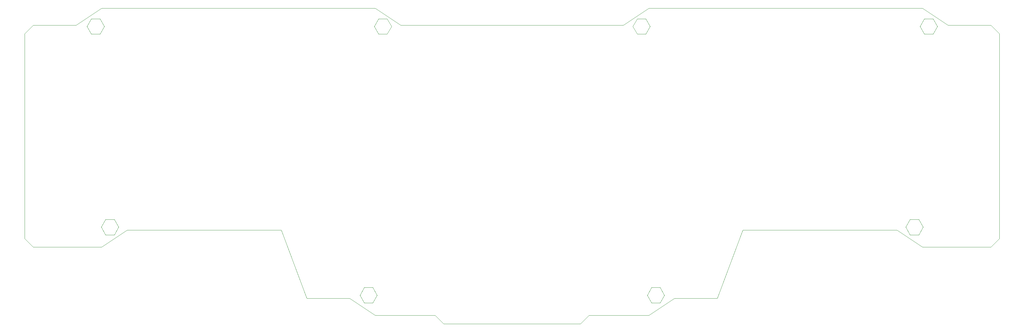
<source format=gbr>
G04 #@! TF.GenerationSoftware,KiCad,Pcbnew,8.0.4*
G04 #@! TF.CreationDate,2024-09-22T19:53:23+09:00*
G04 #@! TF.ProjectId,first_keyboard,66697273-745f-46b6-9579-626f6172642e,rev?*
G04 #@! TF.SameCoordinates,Original*
G04 #@! TF.FileFunction,Profile,NP*
%FSLAX46Y46*%
G04 Gerber Fmt 4.6, Leading zero omitted, Abs format (unit mm)*
G04 Created by KiCad (PCBNEW 8.0.4) date 2024-09-22 19:53:23*
%MOMM*%
%LPD*%
G01*
G04 APERTURE LIST*
G04 #@! TA.AperFunction,Profile*
%ADD10C,0.100000*%
G04 #@! TD*
G04 APERTURE END LIST*
D10*
X323850000Y-116681250D02*
X335756250Y-116681250D01*
X69056250Y-178593750D02*
X88106250Y-178593750D01*
X247650000Y-192881250D02*
X259556250Y-192881250D01*
X221456250Y-200025000D02*
X223837500Y-197643750D01*
X80962500Y-116681250D02*
X69056250Y-116681250D01*
X66675000Y-119062500D02*
X66675000Y-176212500D01*
X266700000Y-173831250D02*
X309562500Y-173831250D01*
X164306250Y-197643750D02*
X180975000Y-197643750D01*
X240506250Y-111918750D02*
X233362500Y-116681250D01*
X95250000Y-173831250D02*
X138112500Y-173831250D01*
X171450000Y-116681250D02*
X164306250Y-111918750D01*
X338137500Y-176212500D02*
X335756250Y-178593750D01*
X309562500Y-173831250D02*
X316706250Y-178593750D01*
X88106250Y-178593750D02*
X95250000Y-173831250D01*
X69056250Y-116681250D02*
X66675000Y-119062500D01*
X316706250Y-111918750D02*
X323850000Y-116681250D01*
X338137500Y-119062500D02*
X338137500Y-176212500D01*
X66675000Y-176212500D02*
X69056250Y-178593750D01*
X138112500Y-173831250D02*
X145256250Y-192881250D01*
X240506250Y-111918750D02*
X316706250Y-111918750D01*
X240506250Y-197643750D02*
X247650000Y-192881250D01*
X183356250Y-200025000D02*
X221456250Y-200025000D01*
X223837500Y-197643750D02*
X240506250Y-197643750D01*
X157162500Y-192881250D02*
X164306250Y-197643750D01*
X145256250Y-192881250D02*
X157162500Y-192881250D01*
X335756250Y-116681250D02*
X338137500Y-119062500D01*
X259556250Y-192881250D02*
X266700000Y-173831250D01*
X80962500Y-116681250D02*
X88106250Y-111918750D01*
X233362500Y-116681250D02*
X171450000Y-116681250D01*
X180975000Y-197643750D02*
X183356250Y-200025000D01*
X335756250Y-178593750D02*
X316706250Y-178593750D01*
X164306250Y-111918750D02*
X88106250Y-111918750D01*
X160056300Y-192025000D02*
X161256300Y-194175000D01*
X161256300Y-189875000D02*
X160056300Y-192025000D01*
X161256300Y-194175000D02*
X163656300Y-194175000D01*
X163656300Y-189875000D02*
X161256300Y-189875000D01*
X163656300Y-194175000D02*
X164856300Y-192025000D01*
X164856300Y-192025000D02*
X163656300Y-189875000D01*
X240056300Y-192025000D02*
X241256300Y-194175000D01*
X241256300Y-189875000D02*
X240056300Y-192025000D01*
X241256300Y-194175000D02*
X243656300Y-194175000D01*
X243656300Y-189875000D02*
X241256300Y-189875000D01*
X243656300Y-194175000D02*
X244856300Y-192025000D01*
X244856300Y-192025000D02*
X243656300Y-189875000D01*
X316056300Y-117025000D02*
X317256300Y-119175000D01*
X317256300Y-114875000D02*
X316056300Y-117025000D01*
X317256300Y-119175000D02*
X319656300Y-119175000D01*
X319656300Y-114875000D02*
X317256300Y-114875000D01*
X319656300Y-119175000D02*
X320856300Y-117025000D01*
X320856300Y-117025000D02*
X319656300Y-114875000D01*
X84056300Y-117025000D02*
X85256300Y-119175000D01*
X85256300Y-114875000D02*
X84056300Y-117025000D01*
X85256300Y-119175000D02*
X87656300Y-119175000D01*
X87656300Y-114875000D02*
X85256300Y-114875000D01*
X87656300Y-119175000D02*
X88856300Y-117025000D01*
X88856300Y-117025000D02*
X87656300Y-114875000D01*
X312056300Y-173025000D02*
X313256300Y-175175000D01*
X313256300Y-170875000D02*
X312056300Y-173025000D01*
X313256300Y-175175000D02*
X315656300Y-175175000D01*
X315656300Y-170875000D02*
X313256300Y-170875000D01*
X315656300Y-175175000D02*
X316856300Y-173025000D01*
X316856300Y-173025000D02*
X315656300Y-170875000D01*
X88056300Y-173025000D02*
X89256300Y-175175000D01*
X89256300Y-170875000D02*
X88056300Y-173025000D01*
X89256300Y-175175000D02*
X91656300Y-175175000D01*
X91656300Y-170875000D02*
X89256300Y-170875000D01*
X91656300Y-175175000D02*
X92856300Y-173025000D01*
X92856300Y-173025000D02*
X91656300Y-170875000D01*
X236056300Y-117025000D02*
X237256300Y-119175000D01*
X237256300Y-114875000D02*
X236056300Y-117025000D01*
X237256300Y-119175000D02*
X239656300Y-119175000D01*
X239656300Y-114875000D02*
X237256300Y-114875000D01*
X239656300Y-119175000D02*
X240856300Y-117025000D01*
X240856300Y-117025000D02*
X239656300Y-114875000D01*
X164056300Y-117025000D02*
X165256300Y-119175000D01*
X165256300Y-114875000D02*
X164056300Y-117025000D01*
X165256300Y-119175000D02*
X167656300Y-119175000D01*
X167656300Y-114875000D02*
X165256300Y-114875000D01*
X167656300Y-119175000D02*
X168856300Y-117025000D01*
X168856300Y-117025000D02*
X167656300Y-114875000D01*
M02*

</source>
